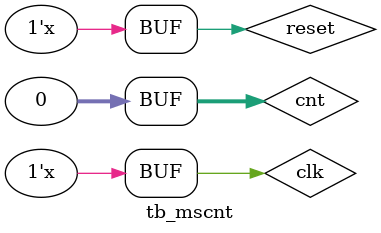
<source format=sv>
module mscnt(input logic clk, reset,
             output logic [31:0] cnt);

  // Internal counter
  logic [31:0] counter;

  // Millisecond counter process
  always @(posedge clk or posedge reset) begin
    if (reset) begin
      counter <= 32'b0;
    end else begin
      counter <= counter + 1;
    end
  end

  // Output assignment
  assign cnt = counter;

endmodule
//


module tb_mscnt();
  logic clk, reset;
  logic [31:0] cnt;

  // Instantiate the mscnt module
  mscnt dut(
    .clk(clk),
    .reset(reset),
    .cnt(cnt)
  );

  // Generate clock signal
  always #5 clk = ~clk;
always #25 reset = ~reset;


  // Toggle reset and observe cnt
  initial begin
    reset = 1;
clk= 0 ;
cnt = 0 ;
    #20;
    reset = 0;
    #100;
    //$finish;
  end

endmodule

</source>
